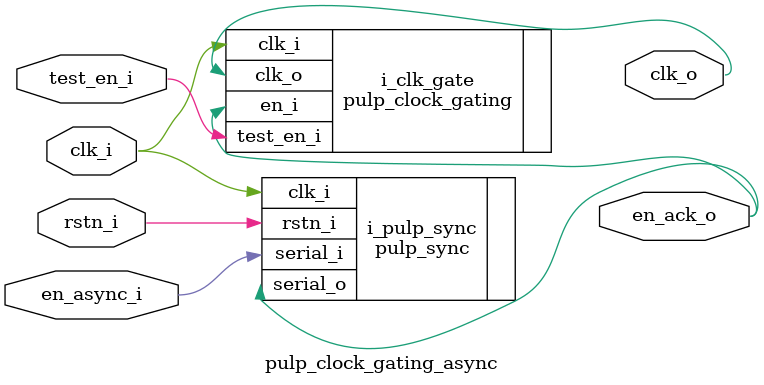
<source format=sv>

module pulp_clock_gating_async
#(
    parameter int unsigned STAGES = 2
)
(
    input  logic clk_i,
    input  logic rstn_i,
    input  logic en_async_i,
    output logic en_ack_o,
    input  logic test_en_i,
    output logic clk_o
);

    pulp_sync #( .STAGES(STAGES) )  i_pulp_sync
    (
        .clk_i    ( clk_i      ),
        .rstn_i   ( rstn_i     ),
        .serial_i ( en_async_i ),
        .serial_o ( en_ack_o   )
    );


    pulp_clock_gating i_clk_gate
    (
        .clk_i    ( clk_i     ),
        .en_i     ( en_ack_o  ),
        .test_en_i( test_en_i ),
        .clk_o    ( clk_o     )
    );

endmodule

</source>
